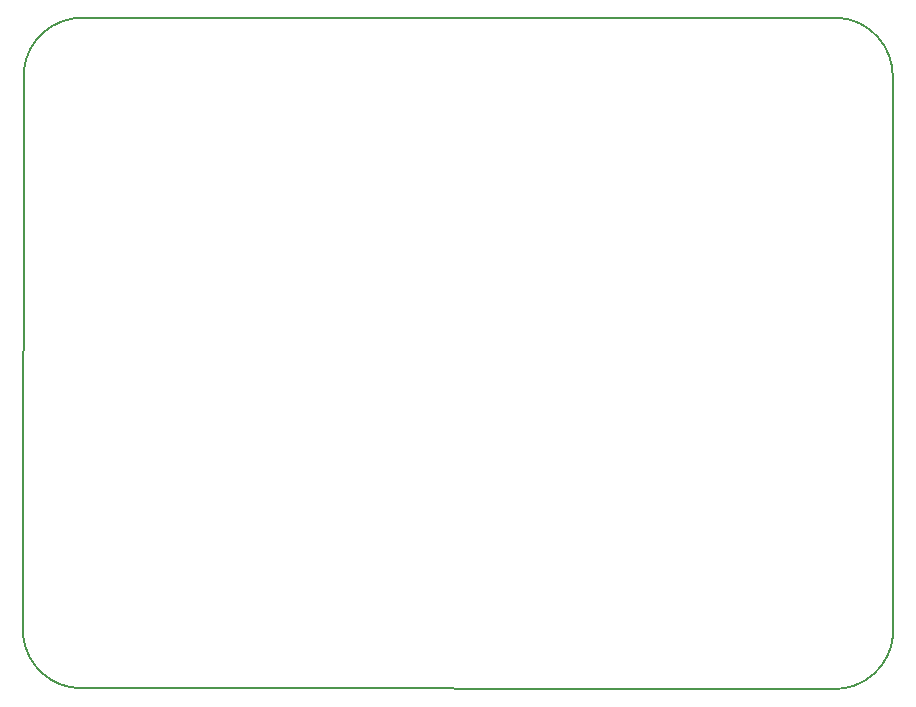
<source format=gm1>
G04 #@! TF.GenerationSoftware,KiCad,Pcbnew,7.0.5-4d25ed1034~172~ubuntu22.04.1*
G04 #@! TF.CreationDate,2023-06-03T15:02:04+03:00*
G04 #@! TF.ProjectId,STM32L475-protoboard,53544d33-324c-4343-9735-2d70726f746f,rev?*
G04 #@! TF.SameCoordinates,Original*
G04 #@! TF.FileFunction,Profile,NP*
%FSLAX46Y46*%
G04 Gerber Fmt 4.6, Leading zero omitted, Abs format (unit mm)*
G04 Created by KiCad (PCBNEW 7.0.5-4d25ed1034~172~ubuntu22.04.1) date 2023-06-03 15:02:04*
%MOMM*%
%LPD*%
G01*
G04 APERTURE LIST*
G04 #@! TA.AperFunction,Profile*
%ADD10C,0.200000*%
G04 #@! TD*
G04 APERTURE END LIST*
D10*
X135273914Y-106104744D02*
G75*
G03*
X140463610Y-101474226I219798J4977118D01*
G01*
X72000000Y-49287500D02*
X135800000Y-49262500D01*
X72000000Y-49287501D02*
G75*
G03*
X66850001Y-53787500I-218492J-4946891D01*
G01*
X71748865Y-106040659D02*
X135273914Y-106104746D01*
X66785136Y-101543828D02*
G75*
G03*
X71748865Y-106040658I4943868J469214D01*
G01*
X140463610Y-101474226D02*
X140430520Y-54452196D01*
X140430518Y-54452196D02*
G75*
G03*
X135800000Y-49262500I-4977118J219798D01*
G01*
X66785135Y-101543828D02*
X66850000Y-53787500D01*
M02*

</source>
